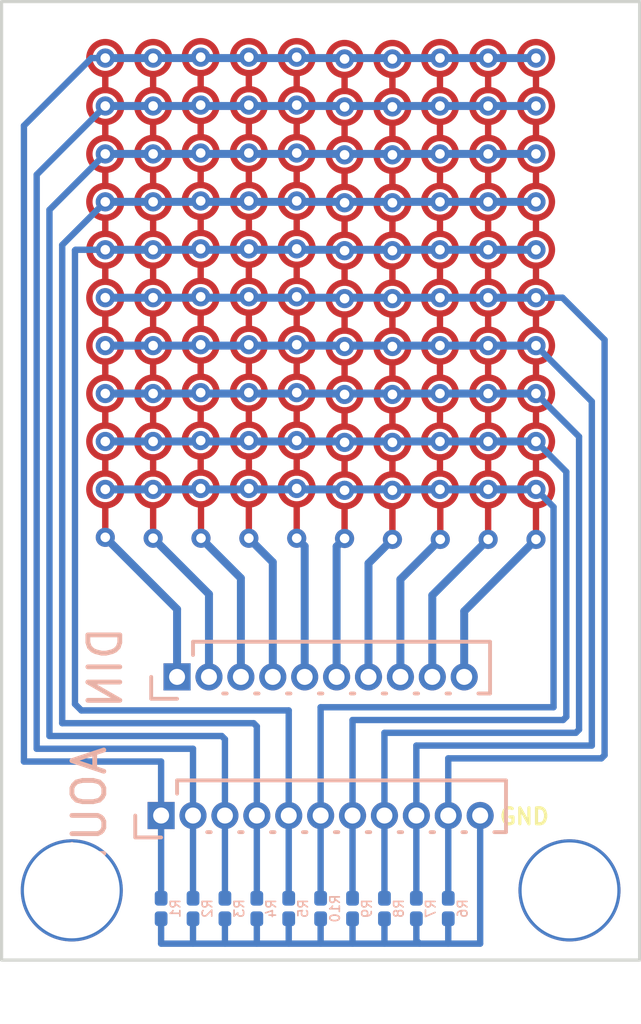
<source format=kicad_pcb>
(kicad_pcb (version 20221018) (generator pcbnew)
  (layers (0 "F.Cu" signal) (31 "B.Cu" signal) (34 "B.Paste" user) (35 "F.Paste" user) (36 "B.SilkS" user "B.Silkscreen") (37 "F.SilkS" user "F.Silkscreen") (38 "B.Mask" user) (39 "F.Mask" user) (44 "Edge.Cuts" user))
  (net 0 "")
  (footprint "Resistor_SMD:R_0201_0603Metric" (layer "B.Cu") (at 62.8 77.06794 90)
    (fp_text reference "R5" (at 0 0.45 90) (layer "B.SilkS") (effects (font (size 0.3 0.3) (thickness 0.05)) (justify mirror)))
    (fp_text value "100K")
    (pad "1" smd roundrect (at -0.32 0 90) (size 0.46 0.4) (layers "B.Cu" "B.Mask"))
    (pad "2" smd roundrect (at 0.32 0 90) (size 0.46 0.4) (layers "B.Cu" "B.Mask"))
  )
  (footprint "Resistor_SMD:R_0201_0603Metric" (layer "B.Cu") (at 63.8 77.06794 90)
    (fp_text reference "R10" (at 0 0.45 90) (layer "B.SilkS") (effects (font (size 0.3 0.3) (thickness 0.05)) (justify mirror)))
    (fp_text value "100K")
    (pad "1" smd roundrect (at -0.32 0 90) (size 0.46 0.4) (layers "B.Cu" "B.Mask"))
    (pad "2" smd roundrect (at 0.32 0 90) (size 0.46 0.4) (layers "B.Cu" "B.Mask"))
  )
  (footprint "Resistor_SMD:R_0201_0603Metric" (layer "B.Cu") (at 67.8 77.06794 90)
    (fp_text reference "R6" (at 0 0.45 90) (layer "B.SilkS") (effects (font (size 0.3 0.3) (thickness 0.05)) (justify mirror)))
    (fp_text value "100K")
    (pad "1" smd roundrect (at -0.32 0 90) (size 0.46 0.4) (layers "B.Cu" "B.Mask"))
    (pad "2" smd roundrect (at 0.32 0 90) (size 0.46 0.4) (layers "B.Cu" "B.Mask"))
  )
  (footprint "Connector_PinSocket_1.00mm:PinSocket_1x11_P1.00mm_Vertical" (layer "B.Cu") (at 58.8 74.15794 -90)
    (fp_text reference "AOUT" (at -0.29 2.25 90) (layer "B.SilkS") (effects (justify mirror)))
    (fp_text value "AOUT")
    (fp_line (start -1.1 -10.81) (end 0.52 -10.81) (stroke (width 0.12)) (layer "B.SilkS"))
    (fp_line (start -1.1 -0.5) (end -1.1 -10.81) (stroke (width 0.12)) (layer "B.SilkS"))
    (fp_line (start -1.1 -0.5) (end -0.685 -0.5) (stroke (width 0.12)) (layer "B.SilkS"))
    (fp_line (start 0 0.81) (end 0.685 0.81) (stroke (width 0.12)) (layer "B.SilkS"))
    (fp_line (start 0.52 -10.445898) (end 0.52 -10.81) (stroke (width 0.12)) (layer "B.SilkS"))
    (fp_line (start 0.52 -9.445898) (end 0.52 -9.554102) (stroke (width 0.12)) (layer "B.SilkS"))
    (fp_line (start 0.52 -8.445898) (end 0.52 -8.554102) (stroke (width 0.12)) (layer "B.SilkS"))
    (fp_line (start 0.52 -7.445898) (end 0.52 -7.554102) (stroke (width 0.12)) (layer "B.SilkS"))
    (fp_line (start 0.52 -6.445898) (end 0.52 -6.554102) (stroke (width 0.12)) (layer "B.SilkS"))
    (fp_line (start 0.52 -5.445898) (end 0.52 -5.554102) (stroke (width 0.12)) (layer "B.SilkS"))
    (fp_line (start 0.52 -4.445898) (end 0.52 -4.554102) (stroke (width 0.12)) (layer "B.SilkS"))
    (fp_line (start 0.52 -3.445898) (end 0.52 -3.554102) (stroke (width 0.12)) (layer "B.SilkS"))
    (fp_line (start 0.52 -2.445898) (end 0.52 -2.554102) (stroke (width 0.12)) (layer "B.SilkS"))
    (fp_line (start 0.52 -1.445898) (end 0.52 -1.554102) (stroke (width 0.12)) (layer "B.SilkS"))
    (fp_line (start 0.685 0.81) (end 0.685 0) (stroke (width 0.12)) (layer "B.SilkS"))
    (pad "0" thru_hole oval (at 0 -10 270) (size 0.85 0.85) (drill 0.5) (layers "*.Cu" "*.Mask"))
    (pad "1" thru_hole rect (at 0 0 270) (size 0.85 0.85) (drill 0.5) (layers "*.Cu" "*.Mask"))
    (pad "2" thru_hole oval (at 0 -1 270) (size 0.85 0.85) (drill 0.5) (layers "*.Cu" "*.Mask"))
    (pad "3" thru_hole oval (at 0 -2 270) (size 0.85 0.85) (drill 0.5) (layers "*.Cu" "*.Mask"))
    (pad "4" thru_hole oval (at 0 -3 270) (size 0.85 0.85) (drill 0.5) (layers "*.Cu" "*.Mask"))
    (pad "5" thru_hole oval (at 0 -4 270) (size 0.85 0.85) (drill 0.5) (layers "*.Cu" "*.Mask"))
    (pad "6" thru_hole oval (at 0 -9 270) (size 0.85 0.85) (drill 0.5) (layers "*.Cu" "*.Mask"))
    (pad "7" thru_hole oval (at 0 -8 270) (size 0.85 0.85) (drill 0.5) (layers "*.Cu" "*.Mask"))
    (pad "8" thru_hole oval (at 0 -7 270) (size 0.85 0.85) (drill 0.5) (layers "*.Cu" "*.Mask"))
    (pad "9" thru_hole oval (at 0 -6 270) (size 0.85 0.85) (drill 0.5) (layers "*.Cu" "*.Mask"))
    (pad "10" thru_hole oval (at 0 -5 270) (size 0.85 0.85) (drill 0.5) (layers "*.Cu" "*.Mask"))
  )
  (footprint "Resistor_SMD:R_0201_0603Metric" (layer "B.Cu") (at 61.8 77.06794 90)
    (fp_text reference "R4" (at 0 0.45 90) (layer "B.SilkS") (effects (font (size 0.3 0.3) (thickness 0.05)) (justify mirror)))
    (fp_text value "100K")
    (pad "1" smd roundrect (at -0.32 0 90) (size 0.46 0.4) (layers "B.Cu" "B.Mask"))
    (pad "2" smd roundrect (at 0.32 0 90) (size 0.46 0.4) (layers "B.Cu" "B.Mask"))
  )
  (footprint "Connector_PinSocket_1.00mm:PinSocket_1x10_P1.00mm_Vertical" (layer "B.Cu") (at 59.3 69.81794 -90)
    (fp_text reference "DIN" (at -0.29 2.25 90) (layer "B.SilkS") (effects (justify mirror)))
    (fp_text value "DIN")
    (fp_line (start -1.1 -9.81) (end 0.52 -9.81) (stroke (width 0.12)) (layer "B.SilkS"))
    (fp_line (start -1.1 -0.5) (end -1.1 -9.81) (stroke (width 0.12)) (layer "B.SilkS"))
    (fp_line (start -1.1 -0.5) (end -0.685 -0.5) (stroke (width 0.12)) (layer "B.SilkS"))
    (fp_line (start 0 0.81) (end 0.685 0.81) (stroke (width 0.12)) (layer "B.SilkS"))
    (fp_line (start 0.52 -9.445898) (end 0.52 -9.81) (stroke (width 0.12)) (layer "B.SilkS"))
    (fp_line (start 0.52 -8.445898) (end 0.52 -8.554102) (stroke (width 0.12)) (layer "B.SilkS"))
    (fp_line (start 0.52 -7.445898) (end 0.52 -7.554102) (stroke (width 0.12)) (layer "B.SilkS"))
    (fp_line (start 0.52 -6.445898) (end 0.52 -6.554102) (stroke (width 0.12)) (layer "B.SilkS"))
    (fp_line (start 0.52 -5.445898) (end 0.52 -5.554102) (stroke (width 0.12)) (layer "B.SilkS"))
    (fp_line (start 0.52 -4.445898) (end 0.52 -4.554102) (stroke (width 0.12)) (layer "B.SilkS"))
    (fp_line (start 0.52 -3.445898) (end 0.52 -3.554102) (stroke (width 0.12)) (layer "B.SilkS"))
    (fp_line (start 0.52 -2.445898) (end 0.52 -2.554102) (stroke (width 0.12)) (layer "B.SilkS"))
    (fp_line (start 0.52 -1.445898) (end 0.52 -1.554102) (stroke (width 0.12)) (layer "B.SilkS"))
    (fp_line (start 0.685 0.81) (end 0.685 0) (stroke (width 0.12)) (layer "B.SilkS"))
    (pad "1" thru_hole rect (at 0 0 270) (size 0.85 0.85) (drill 0.5) (layers "*.Cu" "*.Mask"))
    (pad "2" thru_hole oval (at 0 -1 270) (size 0.85 0.85) (drill 0.5) (layers "*.Cu" "*.Mask"))
    (pad "3" thru_hole oval (at 0 -2 270) (size 0.85 0.85) (drill 0.5) (layers "*.Cu" "*.Mask"))
    (pad "4" thru_hole oval (at 0 -3 270) (size 0.85 0.85) (drill 0.5) (layers "*.Cu" "*.Mask"))
    (pad "5" thru_hole oval (at 0 -4 270) (size 0.85 0.85) (drill 0.5) (layers "*.Cu" "*.Mask"))
    (pad "6" thru_hole oval (at 0 -5 270) (size 0.85 0.85) (drill 0.5) (layers "*.Cu" "*.Mask"))
    (pad "7" thru_hole oval (at 0 -6 270) (size 0.85 0.85) (drill 0.5) (layers "*.Cu" "*.Mask"))
    (pad "8" thru_hole oval (at 0 -7 270) (size 0.85 0.85) (drill 0.5) (layers "*.Cu" "*.Mask"))
    (pad "9" thru_hole oval (at 0 -8 270) (size 0.85 0.85) (drill 0.5) (layers "*.Cu" "*.Mask"))
    (pad "10" thru_hole oval (at 0 -9 270) (size 0.85 0.85) (drill 0.5) (layers "*.Cu" "*.Mask"))
  )
  (footprint "Resistor_SMD:R_0201_0603Metric" (layer "B.Cu") (at 66.8 77.06794 90)
    (fp_text reference "R7" (at 0 0.45 90) (layer "B.SilkS") (effects (font (size 0.3 0.3) (thickness 0.05)) (justify mirror)))
    (fp_text value "100K")
    (pad "1" smd roundrect (at -0.32 0 90) (size 0.46 0.4) (layers "B.Cu" "B.Mask"))
    (pad "2" smd roundrect (at 0.32 0 90) (size 0.46 0.4) (layers "B.Cu" "B.Mask"))
  )
  (footprint "Resistor_SMD:R_0201_0603Metric" (layer "B.Cu") (at 65.8 77.06794 90)
    (fp_text reference "R8" (at 0 0.45 90) (layer "B.SilkS") (effects (font (size 0.3 0.3) (thickness 0.05)) (justify mirror)))
    (fp_text value "100K")
    (pad "1" smd roundrect (at -0.32 0 90) (size 0.46 0.4) (layers "B.Cu" "B.Mask"))
    (pad "2" smd roundrect (at 0.32 0 90) (size 0.46 0.4) (layers "B.Cu" "B.Mask"))
  )
  (footprint "Resistor_SMD:R_0201_0603Metric" (layer "B.Cu") (at 58.8 77.06794 90)
    (fp_text reference "R1" (at 0 0.45 90) (layer "B.SilkS") (effects (font (size 0.3 0.3) (thickness 0.05)) (justify mirror)))
    (fp_text value "100K")
    (pad "1" smd roundrect (at -0.32 0 90) (size 0.46 0.4) (layers "B.Cu" "B.Mask"))
    (pad "2" smd roundrect (at 0.32 0 90) (size 0.46 0.4) (layers "B.Cu" "B.Mask"))
  )
  (footprint "Resistor_SMD:R_0201_0603Metric" (layer "B.Cu") (at 60.8 77.06794 90)
    (fp_text reference "R3" (at 0 0.45 90) (layer "B.SilkS") (effects (font (size 0.3 0.3) (thickness 0.05)) (justify mirror)))
    (fp_text value "100K")
    (pad "1" smd roundrect (at -0.32 0 90) (size 0.46 0.4) (layers "B.Cu" "B.Mask"))
    (pad "2" smd roundrect (at 0.32 0 90) (size 0.46 0.4) (layers "B.Cu" "B.Mask"))
  )
  (footprint "Resistor_SMD:R_0201_0603Metric" (layer "B.Cu") (at 59.8 77.06794 90)
    (fp_text reference "R2" (at 0 0.45 90) (layer "B.SilkS") (effects (font (size 0.3 0.3) (thickness 0.05)) (justify mirror)))
    (fp_text value "100K")
    (pad "1" smd roundrect (at -0.32 0 90) (size 0.46 0.4) (layers "B.Cu" "B.Mask"))
    (pad "2" smd roundrect (at 0.32 0 90) (size 0.46 0.4) (layers "B.Cu" "B.Mask"))
  )
  (footprint "Resistor_SMD:R_0201_0603Metric" (layer "B.Cu") (at 64.8 77.06794 90)
    (fp_text reference "R9" (at 0 0.45 90) (layer "B.SilkS") (effects (font (size 0.3 0.3) (thickness 0.05)) (justify mirror)))
    (fp_text value "100K")
    (pad "1" smd roundrect (at -0.32 0 90) (size 0.46 0.4) (layers "B.Cu" "B.Mask"))
    (pad "2" smd roundrect (at 0.32 0 90) (size 0.46 0.4) (layers "B.Cu" "B.Mask"))
  )
  (gr_line (start 57.05 55.45) (end 57.05 55.95) (stroke (width 0.2)) (layer "F.Cu"))
  (gr_line (start 60.040306 56.92176) (end 60.040306 57.42176) (stroke (width 0.2)) (layer "F.Cu"))
  (gr_line (start 63.05 55.42176) (end 63.05 55.92176) (stroke (width 0.2)) (layer "F.Cu"))
  (gr_line (start 63.05 58.42176) (end 63.05 58.92176) (stroke (width 0.2)) (layer "F.Cu"))
  (gr_line (start 60.040306 52.42176) (end 60.040306 52.92176) (stroke (width 0.2)) (layer "F.Cu"))
  (gr_line (start 61.55 50.92176) (end 61.55 51.42176) (stroke (width 0.2)) (layer "F.Cu"))
  (gr_line (start 61.55 58.42176) (end 61.55 58.92176) (stroke (width 0.2)) (layer "F.Cu"))
  (gr_line (start 58.55 64.47824) (end 58.55 65.40648) (stroke (width 0.2)) (layer "F.Cu"))
  (gr_line (start 64.55 62.97824) (end 64.55 63.47824) (stroke (width 0.2)) (layer "F.Cu"))
  (gr_line (start 69.05 55.45) (end 69.05 55.95) (stroke (width 0.2)) (layer "F.Cu"))
  (gr_circle (center 67.540306 51.95) (end 67.540306 51.45) (stroke (width 0.2)) (fill none) (layer "F.Cu"))
  (gr_circle (center 57.05 51.95) (end 57.05 51.45) (stroke (width 0.2)) (fill none) (layer "F.Cu"))
  (gr_circle (center 60.040306 51.92176) (end 60.040306 51.42176) (stroke (width 0.2)) (fill none) (layer "F.Cu"))
  (gr_line (start 66.05 53.97824) (end 66.05 54.47824) (stroke (width 0.2)) (layer "F.Cu"))
  (gr_line (start 57.05 58.45) (end 57.05 58.95) (stroke (width 0.2)) (layer "F.Cu"))
  (gr_line (start 63.05 50.92176) (end 63.05 51.42176) (stroke (width 0.2)) (layer "F.Cu"))
  (gr_line (start 58.55 52.45) (end 58.55 52.95) (stroke (width 0.2)) (layer "F.Cu"))
  (gr_circle (center 60.040306 50.42176) (end 60.040306 49.92176) (stroke (width 0.2)) (fill none) (layer "F.Cu"))
  (gr_line (start 60.040306 58.42176) (end 60.040306 58.92176) (stroke (width 0.2)) (layer "F.Cu"))
  (gr_circle (center 67.540306 50.45) (end 67.540306 49.95) (stroke (width 0.2)) (fill none) (layer "F.Cu"))
  (gr_circle (center 69.05 51.95) (end 69.05 51.45) (stroke (width 0.2)) (fill none) (layer "F.Cu"))
  (gr_line (start 70.55 62.95) (end 70.55 63.45) (stroke (width 0.2)) (layer "F.Cu"))
  (gr_circle (center 60.040306 56.42176) (end 60.040306 55.92176) (stroke (width 0.2)) (fill none) (layer "F.Cu"))
  (gr_line (start 57.05 62.95) (end 57.05 63.45) (stroke (width 0.2)) (layer "F.Cu"))
  (gr_line (start 64.55 64.48588) (end 64.55 65.41412) (stroke (width 0.2)) (layer "F.Cu"))
  (gr_circle (center 61.55 59.42176) (end 61.55 58.92176) (stroke (width 0.2)) (fill none) (layer "F.Cu"))
  (gr_circle (center 67.540306 53.45) (end 67.540306 52.95) (stroke (width 0.2)) (fill none) (layer "F.Cu"))
  (gr_circle (center 67.540306 59.45) (end 67.540306 58.95) (stroke (width 0.2)) (fill none) (layer "F.Cu"))
  (gr_circle (center 66.05 62.47824) (end 66.05 61.97824) (stroke (width 0.2)) (fill none) (layer "F.Cu"))
  (gr_circle (center 61.55 54.92176) (end 61.55 54.42176) (stroke (width 0.2)) (fill none) (layer "F.Cu"))
  (gr_line (start 64.55 58.47824) (end 64.55 58.97824) (stroke (width 0.2)) (layer "F.Cu"))
  (gr_circle (center 67.540306 54.95) (end 67.540306 54.45) (stroke (width 0.2)) (fill none) (layer "F.Cu"))
  (gr_circle (center 67.540306 62.45) (end 67.540306 61.95) (stroke (width 0.2)) (fill none) (layer "F.Cu"))
  (gr_circle (center 60.040306 62.42176) (end 60.040306 61.92176) (stroke (width 0.2)) (fill none) (layer "F.Cu"))
  (gr_line (start 57.05 59.95) (end 57.05 60.45) (stroke (width 0.2)) (layer "F.Cu"))
  (gr_line (start 67.55 64.51412) (end 67.55 65.44236) (stroke (width 0.2)) (layer "F.Cu"))
  (gr_circle (center 58.55 54.95) (end 58.55 54.45) (stroke (width 0.2)) (fill none) (layer "F.Cu"))
  (gr_circle (center 69.05 50.45) (end 69.05 49.95) (stroke (width 0.2)) (fill none) (layer "F.Cu"))
  (gr_circle (center 61.55 50.42176) (end 61.55 49.92176) (stroke (width 0.2)) (fill none) (layer "F.Cu"))
  (gr_circle (center 66.05 56.47824) (end 66.05 55.97824) (stroke (width 0.2)) (fill none) (layer "F.Cu"))
  (gr_circle (center 70.55 57.95) (end 70.55 57.45) (stroke (width 0.2)) (fill none) (layer "F.Cu"))
  (gr_circle (center 64.55 63.97824) (end 64.55 63.47824) (stroke (width 0.2)) (fill none) (layer "F.Cu"))
  (gr_circle (center 64.55 60.97824) (end 64.55 60.47824) (stroke (width 0.2)) (fill none) (layer "F.Cu"))
  (gr_circle (center 63.05 60.92176) (end 63.05 60.42176) (stroke (width 0.2)) (fill none) (layer "F.Cu"))
  (gr_circle (center 63.05 63.92176) (end 63.05 63.42176) (stroke (width 0.2)) (fill none) (layer "F.Cu"))
  (gr_circle (center 69.05 60.95) (end 69.05 60.45) (stroke (width 0.2)) (fill none) (layer "F.Cu"))
  (gr_line (start 67.540306 59.95) (end 67.540306 60.45) (stroke (width 0.2)) (layer "F.Cu"))
  (gr_circle (center 70.55 59.45) (end 70.55 58.95) (stroke (width 0.2)) (fill none) (layer "F.Cu"))
  (gr_line (start 61.55 62.92176) (end 61.55 63.42176) (stroke (width 0.2)) (layer "F.Cu"))
  (gr_line (start 66.05 62.97824) (end 66.05 63.47824) (stroke (width 0.2)) (layer "F.Cu"))
  (gr_circle (center 70.55 53.45) (end 70.55 52.95) (stroke (width 0.2)) (fill none) (layer "F.Cu"))
  (gr_circle (center 64.55 62.47824) (end 64.55 61.97824) (stroke (width 0.2)) (fill none) (layer "F.Cu"))
  (gr_line (start 60.040306 53.92176) (end 60.040306 54.42176) (stroke (width 0.2)) (layer "F.Cu"))
  (gr_line (start 69.05 62.95) (end 69.05 63.45) (stroke (width 0.2)) (layer "F.Cu"))
  (gr_circle (center 58.55 59.45) (end 58.55 58.95) (stroke (width 0.2)) (fill none) (layer "F.Cu"))
  (gr_line (start 58.55 62.95) (end 58.55 63.45) (stroke (width 0.2)) (layer "F.Cu"))
  (gr_line (start 66.05 52.47824) (end 66.05 52.97824) (stroke (width 0.2)) (layer "F.Cu"))
  (gr_circle (center 69.05 59.45) (end 69.05 58.95) (stroke (width 0.2)) (fill none) (layer "F.Cu"))
  (gr_circle (center 66.05 60.97824) (end 66.05 60.47824) (stroke (width 0.2)) (fill none) (layer "F.Cu"))
  (gr_circle (center 58.55 62.45) (end 58.55 61.95) (stroke (width 0.2)) (fill none) (layer "F.Cu"))
  (gr_circle (center 70.55 56.45) (end 70.55 55.95) (stroke (width 0.2)) (fill none) (layer "F.Cu"))
  (gr_line (start 70.55 56.95) (end 70.55 57.45) (stroke (width 0.2)) (layer "F.Cu"))
  (gr_line (start 60.040306 55.42176) (end 60.040306 55.92176) (stroke (width 0.2)) (layer "F.Cu"))
  (gr_circle (center 60.040306 60.92176) (end 60.040306 60.42176) (stroke (width 0.2)) (fill none) (layer "F.Cu"))
  (gr_circle (center 66.05 50.47824) (end 66.05 49.97824) (stroke (width 0.2)) (fill none) (layer "F.Cu"))
  (gr_circle (center 61.55 57.92176) (end 61.55 57.42176) (stroke (width 0.2)) (fill none) (layer "F.Cu"))
  (gr_circle (center 66.05 53.47824) (end 66.05 52.97824) (stroke (width 0.2)) (fill none) (layer "F.Cu"))
  (gr_circle (center 61.55 60.92176) (end 61.55 60.42176) (stroke (width 0.2)) (fill none) (layer "F.Cu"))
  (gr_circle (center 61.55 51.92176) (end 61.55 51.42176) (stroke (width 0.2)) (fill none) (layer "F.Cu"))
  (gr_line (start 64.55 55.47824) (end 64.55 55.97824) (stroke (width 0.2)) (layer "F.Cu"))
  (gr_circle (center 63.05 59.42176) (end 63.05 58.92176) (stroke (width 0.2)) (fill none) (layer "F.Cu"))
  (gr_circle (center 64.55 57.97824) (end 64.55 57.47824) (stroke (width 0.2)) (fill none) (layer "F.Cu"))
  (gr_line (start 63.05 53.92176) (end 63.05 54.42176) (stroke (width 0.2)) (layer "F.Cu"))
  (gr_circle (center 70.55 50.45) (end 70.55 49.95) (stroke (width 0.2)) (fill none) (layer "F.Cu"))
  (gr_circle (center 66.05 57.97824) (end 66.05 57.47824) (stroke (width 0.2)) (fill none) (layer "F.Cu"))
  (gr_circle (center 60.040306 63.92176) (end 60.040306 63.42176) (stroke (width 0.2)) (fill none) (layer "F.Cu"))
  (gr_line (start 61.55 52.42176) (end 61.55 52.92176) (stroke (width 0.2)) (layer "F.Cu"))
  (gr_circle (center 70.55 54.95) (end 70.55 54.45) (stroke (width 0.2)) (fill none) (layer "F.Cu"))
  (gr_line (start 60.040306 61.42176) (end 60.040306 61.92176) (stroke (width 0.2)) (layer "F.Cu"))
  (gr_line (start 64.55 50.97824) (end 64.55 51.47824) (stroke (width 0.2)) (layer "F.Cu"))
  (gr_line (start 69.05 56.95) (end 69.05 57.45) (stroke (width 0.2)) (layer "F.Cu"))
  (gr_circle (center 70.55 62.45) (end 70.55 61.95) (stroke (width 0.2)) (fill none) (layer "F.Cu"))
  (gr_circle (center 57.05 63.95) (end 57.05 63.45) (stroke (width 0.2)) (fill none) (layer "F.Cu"))
  (gr_line (start 69.05 52.45) (end 69.05 52.95) (stroke (width 0.2)) (layer "F.Cu"))
  (gr_line (start 70.55 59.95) (end 70.55 60.45) (stroke (width 0.2)) (layer "F.Cu"))
  (gr_line (start 67.540306 61.45) (end 67.540306 61.95) (stroke (width 0.2)) (layer "F.Cu"))
  (gr_line (start 70.55 61.45) (end 70.55 61.95) (stroke (width 0.2)) (layer "F.Cu"))
  (gr_circle (center 66.05 54.97824) (end 66.05 54.47824) (stroke (width 0.2)) (fill none) (layer "F.Cu"))
  (gr_line (start 63.05 62.92176) (end 63.05 63.42176) (stroke (width 0.2)) (layer "F.Cu"))
  (gr_circle (center 70.55 60.95) (end 70.55 60.45) (stroke (width 0.2)) (fill none) (layer "F.Cu"))
  (gr_circle (center 63.05 53.42176) (end 63.05 52.92176) (stroke (width 0.2)) (fill none) (layer "F.Cu"))
  (gr_line (start 70.55 55.45) (end 70.55 55.95) (stroke (width 0.2)) (layer "F.Cu"))
  (gr_circle (center 63.05 50.42176) (end 63.05 49.92176) (stroke (width 0.2)) (fill none) (layer "F.Cu"))
  (gr_line (start 69.05 59.95) (end 69.05 60.45) (stroke (width 0.2)) (layer "F.Cu"))
  (gr_circle (center 63.05 57.92176) (end 63.05 57.42176) (stroke (width 0.2)) (fill none) (layer "F.Cu"))
  (gr_circle (center 57.05 60.95) (end 57.05 60.45) (stroke (width 0.2)) (fill none) (layer "F.Cu"))
  (gr_line (start 69.05 58.45) (end 69.05 58.95) (stroke (width 0.2)) (layer "F.Cu"))
  (gr_circle (center 66.05 51.97824) (end 66.05 51.47824) (stroke (width 0.2)) (fill none) (layer "F.Cu"))
  (gr_line (start 58.55 58.45) (end 58.55 58.95) (stroke (width 0.2)) (layer "F.Cu"))
  (gr_circle (center 69.05 56.45) (end 69.05 55.95) (stroke (width 0.2)) (fill none) (layer "F.Cu"))
  (gr_circle (center 64.55 50.47824) (end 64.55 49.97824) (stroke (width 0.2)) (fill none) (layer "F.Cu"))
  (gr_circle (center 61.55 63.92176) (end 61.55 63.42176) (stroke (width 0.2)) (fill none) (layer "F.Cu"))
  (gr_line (start 66.05 58.47824) (end 66.05 58.97824) (stroke (width 0.2)) (layer "F.Cu"))
  (gr_circle (center 69.05 57.95) (end 69.05 57.45) (stroke (width 0.2)) (fill none) (layer "F.Cu"))
  (gr_circle (center 58.55 56.45) (end 58.55 55.95) (stroke (width 0.2)) (fill none) (layer "F.Cu"))
  (gr_line (start 67.540306 52.45) (end 67.540306 52.95) (stroke (width 0.2)) (layer "F.Cu"))
  (gr_line (start 60.040306 50.92176) (end 60.040306 51.42176) (stroke (width 0.2)) (layer "F.Cu"))
  (gr_circle (center 63.05 62.42176) (end 63.05 61.92176) (stroke (width 0.2)) (fill none) (layer "F.Cu"))
  (gr_line (start 69.05 64.51412) (end 69.05 65.44236) (stroke (width 0.2)) (layer "F.Cu"))
  (gr_line (start 58.55 56.95) (end 58.55 57.45) (stroke (width 0.2)) (layer "F.Cu"))
  (gr_circle (center 57.05 62.45) (end 57.05 61.95) (stroke (width 0.2)) (fill none) (layer "F.Cu"))
  (gr_circle (center 63.05 54.92176) (end 63.05 54.42176) (stroke (width 0.2)) (fill none) (layer "F.Cu"))
  (gr_line (start 58.55 53.95) (end 58.55 54.45) (stroke (width 0.2)) (layer "F.Cu"))
  (gr_circle (center 57.05 56.45) (end 57.05 55.95) (stroke (width 0.2)) (fill none) (layer "F.Cu"))
  (gr_circle (center 61.55 62.42176) (end 61.55 61.92176) (stroke (width 0.2)) (fill none) (layer "F.Cu"))
  (gr_line (start 70.55 58.45) (end 70.55 58.95) (stroke (width 0.2)) (layer "F.Cu"))
  (gr_line (start 70.55 53.95) (end 70.55 54.45) (stroke (width 0.2)) (layer "F.Cu"))
  (gr_circle (center 58.55 50.45) (end 58.55 49.95) (stroke (width 0.2)) (fill none) (layer "F.Cu"))
  (gr_line (start 57.05 50.95) (end 57.05 51.45) (stroke (width 0.2)) (layer "F.Cu"))
  (gr_circle (center 70.55 51.95) (end 70.55 51.45) (stroke (width 0.2)) (fill none) (layer "F.Cu"))
  (gr_line (start 63.05 56.92176) (end 63.05 57.42176) (stroke (width 0.2)) (layer "F.Cu"))
  (gr_line (start 67.540306 55.45) (end 67.540306 55.95) (stroke (width 0.2)) (layer "F.Cu"))
  (gr_line (start 69.05 50.95) (end 69.05 51.45) (stroke (width 0.2)) (layer "F.Cu"))
  (gr_circle (center 57.05 53.45) (end 57.05 52.95) (stroke (width 0.2)) (fill none) (layer "F.Cu"))
  (gr_circle (center 69.05 62.45) (end 69.05 61.95) (stroke (width 0.2)) (fill none) (layer "F.Cu"))
  (gr_line (start 60.040306 62.92176) (end 60.040306 63.42176) (stroke (width 0.2)) (layer "F.Cu"))
  (gr_circle (center 64.55 51.97824) (end 64.55 51.47824) (stroke (width 0.2)) (fill none) (layer "F.Cu"))
  (gr_line (start 66.05 59.97824) (end 66.05 60.47824) (stroke (width 0.2)) (layer "F.Cu"))
  (gr_circle (center 66.05 63.97824) (end 66.05 63.47824) (stroke (width 0.2)) (fill none) (layer "F.Cu"))
  (gr_line (start 58.55 59.95) (end 58.55 60.45) (stroke (width 0.2)) (layer "F.Cu"))
  (gr_circle (center 64.55 59.47824) (end 64.55 58.97824) (stroke (width 0.2)) (fill none) (layer "F.Cu"))
  (gr_circle (center 58.55 63.95) (end 58.55 63.45) (stroke (width 0.2)) (fill none) (layer "F.Cu"))
  (gr_line (start 57.05 56.95) (end 57.05 57.45) (stroke (width 0.2)) (layer "F.Cu"))
  (gr_circle (center 60.040306 57.92176) (end 60.040306 57.42176) (stroke (width 0.2)) (fill none) (layer "F.Cu"))
  (gr_circle (center 66.05 59.47824) (end 66.05 58.97824) (stroke (width 0.2)) (fill none) (layer "F.Cu"))
  (gr_line (start 61.55 53.92176) (end 61.55 54.42176) (stroke (width 0.2)) (layer "F.Cu"))
  (gr_line (start 66.05 64.51412) (end 66.05 65.44236) (stroke (width 0.2)) (layer "F.Cu"))
  (gr_circle (center 64.55 53.47824) (end 64.55 52.97824) (stroke (width 0.2)) (fill none) (layer "F.Cu"))
  (gr_line (start 64.55 53.97824) (end 64.55 54.47824) (stroke (width 0.2)) (layer "F.Cu"))
  (gr_circle (center 70.55 63.95) (end 70.55 63.45) (stroke (width 0.2)) (fill none) (layer "F.Cu"))
  (gr_line (start 70.55 50.95) (end 70.55 51.45) (stroke (width 0.2)) (layer "F.Cu"))
  (gr_line (start 57.05 64.45) (end 57.05 65.37824) (stroke (width 0.2)) (layer "F.Cu"))
  (gr_line (start 57.05 53.95) (end 57.05 54.45) (stroke (width 0.2)) (layer "F.Cu"))
  (gr_line (start 70.55 64.51412) (end 70.55 65.44236) (stroke (width 0.2)) (layer "F.Cu"))
  (gr_circle (center 57.05 59.45) (end 57.05 58.95) (stroke (width 0.2)) (fill none) (layer "F.Cu"))
  (gr_line (start 61.55 64.47824) (end 61.55 65.40648) (stroke (width 0.2)) (layer "F.Cu"))
  (gr_line (start 57.05 61.45) (end 57.05 61.95) (stroke (width 0.2)) (layer "F.Cu"))
  (gr_circle (center 69.05 54.95) (end 69.05 54.45) (stroke (width 0.2)) (fill none) (layer "F.Cu"))
  (gr_line (start 64.55 59.97824) (end 64.55 60.47824) (stroke (width 0.2)) (layer "F.Cu"))
  (gr_line (start 69.05 53.95) (end 69.05 54.45) (stroke (width 0.2)) (layer "F.Cu"))
  (gr_circle (center 58.55 53.45) (end 58.55 52.95) (stroke (width 0.2)) (fill none) (layer "F.Cu"))
  (gr_line (start 64.55 61.47824) (end 64.55 61.97824) (stroke (width 0.2)) (layer "F.Cu"))
  (gr_line (start 67.540306 53.95) (end 67.540306 54.45) (stroke (width 0.2)) (layer "F.Cu"))
  (gr_line (start 67.540306 50.95) (end 67.540306 51.45) (stroke (width 0.2)) (layer "F.Cu"))
  (gr_line (start 69.05 61.45) (end 69.05 61.95) (stroke (width 0.2)) (layer "F.Cu"))
  (gr_circle (center 67.540306 56.45) (end 67.540306 55.95) (stroke (width 0.2)) (fill none) (layer "F.Cu"))
  (gr_circle (center 58.55 57.95) (end 58.55 57.45) (stroke (width 0.2)) (fill none) (layer "F.Cu"))
  (gr_circle (center 63.05 51.92176) (end 63.05 51.42176) (stroke (width 0.2)) (fill none) (layer "F.Cu"))
  (gr_circle (center 64.55 54.97824) (end 64.55 54.47824) (stroke (width 0.2)) (fill none) (layer "F.Cu"))
  (gr_line (start 61.55 59.92176) (end 61.55 60.42176) (stroke (width 0.2)) (layer "F.Cu"))
  (gr_line (start 57.05 52.45) (end 57.05 52.95) (stroke (width 0.2)) (layer "F.Cu"))
  (gr_line (start 64.55 56.97824) (end 64.55 57.47824) (stroke (width 0.2)) (layer "F.Cu"))
  (gr_line (start 60.05 64.47824) (end 60.05 65.40648) (stroke (width 0.2)) (layer "F.Cu"))
  (gr_circle (center 69.05 53.45) (end 69.05 52.95) (stroke (width 0.2)) (fill none) (layer "F.Cu"))
  (gr_line (start 66.05 61.47824) (end 66.05 61.97824) (stroke (width 0.2)) (layer "F.Cu"))
  (gr_line (start 66.05 56.97824) (end 66.05 57.47824) (stroke (width 0.2)) (layer "F.Cu"))
  (gr_circle (center 57.05 50.45) (end 57.05 49.95) (stroke (width 0.2)) (fill none) (layer "F.Cu"))
  (gr_circle (center 61.55 56.42176) (end 61.55 55.92176) (stroke (width 0.2)) (fill none) (layer "F.Cu"))
  (gr_line (start 67.540306 62.95) (end 67.540306 63.45) (stroke (width 0.2)) (layer "F.Cu"))
  (gr_circle (center 63.05 56.42176) (end 63.05 55.92176) (stroke (width 0.2)) (fill none) (layer "F.Cu"))
  (gr_line (start 63.05 52.42176) (end 63.05 52.92176) (stroke (width 0.2)) (layer "F.Cu"))
  (gr_line (start 58.55 61.45) (end 58.55 61.95) (stroke (width 0.2)) (layer "F.Cu"))
  (gr_line (start 61.55 56.92176) (end 61.55 57.42176) (stroke (width 0.2)) (layer "F.Cu"))
  (gr_circle (center 60.040306 59.42176) (end 60.040306 58.92176) (stroke (width 0.2)) (fill none) (layer "F.Cu"))
  (gr_circle (center 57.05 57.95) (end 57.05 57.45) (stroke (width 0.2)) (fill none) (layer "F.Cu"))
  (gr_circle (center 60.040306 54.92176) (end 60.040306 54.42176) (stroke (width 0.2)) (fill none) (layer "F.Cu"))
  (gr_line (start 60.040306 59.92176) (end 60.040306 60.42176) (stroke (width 0.2)) (layer "F.Cu"))
  (gr_circle (center 61.55 53.42176) (end 61.55 52.92176) (stroke (width 0.2)) (fill none) (layer "F.Cu"))
  (gr_line (start 63.05 64.47824) (end 63.05 65.40648) (stroke (width 0.2)) (layer "F.Cu"))
  (gr_line (start 66.05 50.97824) (end 66.05 51.47824) (stroke (width 0.2)) (layer "F.Cu"))
  (gr_circle (center 58.55 60.95) (end 58.55 60.45) (stroke (width 0.2)) (fill none) (layer "F.Cu"))
  (gr_line (start 61.55 61.42176) (end 61.55 61.92176) (stroke (width 0.2)) (layer "F.Cu"))
  (gr_line (start 58.55 50.95) (end 58.55 51.45) (stroke (width 0.2)) (layer "F.Cu"))
  (gr_line (start 58.55 55.45) (end 58.55 55.95) (stroke (width 0.2)) (layer "F.Cu"))
  (gr_line (start 67.540306 58.45) (end 67.540306 58.95) (stroke (width 0.2)) (layer "F.Cu"))
  (gr_circle (center 57.05 54.95) (end 57.05 54.45) (stroke (width 0.2)) (fill none) (layer "F.Cu"))
  (gr_circle (center 67.540306 60.95) (end 67.540306 60.45) (stroke (width 0.2)) (fill none) (layer "F.Cu"))
  (gr_line (start 66.05 55.47824) (end 66.05 55.97824) (stroke (width 0.2)) (layer "F.Cu"))
  (gr_line (start 64.55 52.47824) (end 64.55 52.97824) (stroke (width 0.2)) (layer "F.Cu"))
  (gr_line (start 70.55 52.45) (end 70.55 52.95) (stroke (width 0.2)) (layer "F.Cu"))
  (gr_circle (center 67.540306 63.95) (end 67.540306 63.45) (stroke (width 0.2)) (fill none) (layer "F.Cu"))
  (gr_circle (center 58.55 51.95) (end 58.55 51.45) (stroke (width 0.2)) (fill none) (layer "F.Cu"))
  (gr_circle (center 67.540306 57.95) (end 67.540306 57.45) (stroke (width 0.2)) (fill none) (layer "F.Cu"))
  (gr_line (start 63.05 59.92176) (end 63.05 60.42176) (stroke (width 0.2)) (layer "F.Cu"))
  (gr_circle (center 60.040306 53.42176) (end 60.040306 52.92176) (stroke (width 0.2)) (fill none) (layer "F.Cu"))
  (gr_circle (center 69.05 63.95) (end 69.05 63.45) (stroke (width 0.2)) (fill none) (layer "F.Cu"))
  (gr_line (start 61.55 55.42176) (end 61.55 55.92176) (stroke (width 0.2)) (layer "F.Cu"))
  (gr_circle (center 64.55 56.47824) (end 64.55 55.97824) (stroke (width 0.2)) (fill none) (layer "F.Cu"))
  (gr_line (start 63.05 61.42176) (end 63.05 61.92176) (stroke (width 0.2)) (layer "F.Cu"))
  (gr_line (start 67.540306 56.95) (end 67.540306 57.45) (stroke (width 0.2)) (layer "F.Cu"))
  (gr_rect (start 53.8 48.68235) (end 73.8 78.68235) (stroke (width 0.1)) (fill none) (layer "Edge.Cuts"))
  (gr_text "GND\n" (at 69.358 74.482) (layer "F.SilkS") (effects (font (size 0.5 0.5) (thickness 0.1) bold) (justify left bottom)))
  (via (at 69.05 63.95) (size 0.6) (drill 0.3) (layers "F.Cu" "B.Cu") (net 0))
  (via (at 63.05 53.42176) (size 0.6) (drill 0.3) (layers "F.Cu" "B.Cu") (net 0))
  (via (at 58.55 65.47824) (size 0.6) (drill 0.3) (layers "F.Cu" "B.Cu") (net 0))
  (via (at 57.05 60.95) (size 0.6) (drill 0.3) (layers "F.Cu" "B.Cu") (net 0))
  (via (at 61.55 53.42176) (size 0.6) (drill 0.3) (layers "F.Cu" "B.Cu") (net 0))
  (via (at 60.05 65.47824) (size 0.6) (drill 0.3) (layers "F.Cu" "B.Cu") (net 0))
  (via (at 61.55 59.42176) (size 0.6) (drill 0.3) (layers "F.Cu" "B.Cu") (net 0))
  (via (at 60.040306 63.92176) (size 0.6) (drill 0.3) (layers "F.Cu" "B.Cu") (net 0))
  (via (at 70.55 59.45) (size 0.6) (drill 0.3) (layers "F.Cu" "B.Cu") (net 0))
  (via (at 57.05 63.95) (size 0.6) (drill 0.3) (layers "F.Cu" "B.Cu") (net 0))
  (via (at 63.05 50.42176) (size 0.6) (drill 0.3) (layers "F.Cu" "B.Cu") (net 0))
  (via (at 60.040306 54.92176) (size 0.6) (drill 0.3) (layers "F.Cu" "B.Cu") (net 0))
  (via (at 57.05 51.95) (size 0.6) (drill 0.3) (layers "F.Cu" "B.Cu") (net 0))
  (via (at 58.55 50.45) (size 0.6) (drill 0.3) (layers "F.Cu" "B.Cu") (net 0))
  (via (at 58.55 54.95) (size 0.6) (drill 0.3) (layers "F.Cu" "B.Cu") (net 0))
  (via (at 66.05 63.97824) (size 0.6) (drill 0.3) (layers "F.Cu" "B.Cu") (net 0))
  (via (at 60.040306 59.42176) (size 0.6) (drill 0.3) (layers "F.Cu" "B.Cu") (net 0))
  (via (at 69.05 60.95) (size 0.6) (drill 0.3) (layers "F.Cu" "B.Cu") (net 0))
  (via (at 66.05 51.97824) (size 0.6) (drill 0.3) (layers "F.Cu" "B.Cu") (net 0))
  (via (at 58.55 57.95) (size 0.6) (drill 0.3) (layers "F.Cu" "B.Cu") (net 0))
  (via (at 70.55 60.95) (size 0.6) (drill 0.3) (layers "F.Cu" "B.Cu") (net 0))
  (via (at 67.540306 53.45) (size 0.6) (drill 0.3) (layers "F.Cu" "B.Cu") (net 0))
  (via (at 61.55 51.92176) (size 0.6) (drill 0.3) (layers "F.Cu" "B.Cu") (net 0))
  (via (at 64.55 59.47824) (size 0.6) (drill 0.3) (layers "F.Cu" "B.Cu") (net 0))
  (via (at 66.05 53.47824) (size 0.6) (drill 0.3) (layers "F.Cu" "B.Cu") (net 0))
  (via (at 70.55 50.45) (size 0.6) (drill 0.3) (layers "F.Cu" "B.Cu") (net 0))
  (via (at 64.55 62.47824) (size 0.6) (drill 0.3) (layers "F.Cu" "B.Cu") (net 0))
  (via (at 66.05 57.97824) (size 0.6) (drill 0.3) (layers "F.Cu" "B.Cu") (net 0))
  (via (at 57.05 50.45) (size 0.6) (drill 0.3) (layers "F.Cu" "B.Cu") (net 0))
  (via (at 60.040306 53.42176) (size 0.6) (drill 0.3) (layers "F.Cu" "B.Cu") (net 0))
  (via (at 58.55 53.45) (size 0.6) (drill 0.3) (layers "F.Cu" "B.Cu") (net 0))
  (via (at 64.55 60.97824) (size 0.6) (drill 0.3) (layers "F.Cu" "B.Cu") (net 0))
  (via (at 70.55 63.95) (size 0.6) (drill 0.3) (layers "F.Cu" "B.Cu") (net 0))
  (via (at 67.540306 62.45) (size 0.6) (drill 0.3) (layers "F.Cu" "B.Cu") (net 0))
  (via (at 60.040306 60.92176) (size 0.6) (drill 0.3) (layers "F.Cu" "B.Cu") (net 0))
  (via (at 64.55 56.47824) (size 0.6) (drill 0.3) (layers "F.Cu" "B.Cu") (net 0))
  (via (at 61.55 65.47824) (size 0.6) (drill 0.3) (layers "F.Cu" "B.Cu") (net 0))
  (via (at 69.05 56.45) (size 0.6) (drill 0.3) (layers "F.Cu" "B.Cu") (net 0))
  (via (at 61.55 63.92176) (size 0.6) (drill 0.3) (layers "F.Cu" "B.Cu") (net 0))
  (via (at 57.05 62.45) (size 0.6) (drill 0.3) (layers "F.Cu" "B.Cu") (net 0))
  (via (at 61.55 57.92176) (size 0.6) (drill 0.3) (layers "F.Cu" "B.Cu") (net 0))
  (via (at 67.540306 59.45) (size 0.6) (drill 0.3) (layers "F.Cu" "B.Cu") (net 0))
  (via (at 71.6 76.5) (size 3.2) (drill 3) (layers "F.Cu" "B.Cu") (net 0))
  (via (at 70.55 51.95) (size 0.6) (drill 0.3) (layers "F.Cu" "B.Cu") (net 0))
  (via (at 67.540306 56.45) (size 0.6) (drill 0.3) (layers "F.Cu" "B.Cu") (net 0))
  (via (at 57.05 53.45) (size 0.6) (drill 0.3) (layers "F.Cu" "B.Cu") (net 0))
  (via (at 57.05 65.45) (size 0.6) (drill 0.3) (layers "F.Cu" "B.Cu") (net 0))
  (via (at 58.55 63.95) (size 0.6) (drill 0.3) (layers "F.Cu" "B.Cu") (net 0))
  (via (at 67.540306 63.95) (size 0.6) (drill 0.3) (layers "F.Cu" "B.Cu") (net 0))
  (via (at 61.55 50.42176) (size 0.6) (drill 0.3) (layers "F.Cu" "B.Cu") (net 0))
  (via (at 69.05 59.45) (size 0.6) (drill 0.3) (layers "F.Cu" "B.Cu") (net 0))
  (via (at 69.05 65.51412) (size 0.6) (drill 0.3) (layers "F.Cu" "B.Cu") (net 0))
  (via (at 66.05 56.47824) (size 0.6) (drill 0.3) (layers "F.Cu" "B.Cu") (net 0))
  (via (at 70.55 56.45) (size 0.6) (drill 0.3) (layers "F.Cu" "B.Cu") (net 0))
  (via (at 67.540306 57.95) (size 0.6) (drill 0.3) (layers "F.Cu" "B.Cu") (net 0))
  (via (at 69.05 50.45) (size 0.6) (drill 0.3) (layers "F.Cu" "B.Cu") (net 0))
  (via (at 63.05 54.92176) (size 0.6) (drill 0.3) (layers "F.Cu" "B.Cu") (net 0))
  (via (at 64.55 65.48588) (size 0.6) (drill 0.3) (layers "F.Cu" "B.Cu") (net 0))
  (via (at 58.55 56.45) (size 0.6) (drill 0.3) (layers "F.Cu" "B.Cu") (net 0))
  (via (at 66.05 60.97824) (size 0.6) (drill 0.3) (layers "F.Cu" "B.Cu") (net 0))
  (via (at 60.040306 57.92176) (size 0.6) (drill 0.3) (layers "F.Cu" "B.Cu") (net 0))
  (via (at 57.05 57.95) (size 0.6) (drill 0.3) (layers "F.Cu" "B.Cu") (net 0))
  (via (at 66.05 59.47824) (size 0.6) (drill 0.3) (layers "F.Cu" "B.Cu") (net 0))
  (via (at 61.55 54.92176) (size 0.6) (drill 0.3) (layers "F.Cu" "B.Cu") (net 0))
  (via (at 58.55 59.45) (size 0.6) (drill 0.3) (layers "F.Cu" "B.Cu") (net 0))
  (via (at 63.05 59.42176) (size 0.6) (drill 0.3) (layers "F.Cu" "B.Cu") (net 0))
  (via (at 70.55 53.45) (size 0.6) (drill 0.3) (layers "F.Cu" "B.Cu") (net 0))
  (via (at 63.05 51.92176) (size 0.6) (drill 0.3) (layers "F.Cu" "B.Cu") (net 0))
  (via (at 60.040306 56.42176) (size 0.6) (drill 0.3) (layers "F.Cu" "B.Cu") (net 0))
  (via (at 57.05 56.45) (size 0.6) (drill 0.3) (layers "F.Cu" "B.Cu") (net 0))
  (via (at 66.05 65.51412) (size 0.6) (drill 0.3) (layers "F.Cu" "B.Cu") (net 0))
  (via (at 60.040306 51.92176) (size 0.6) (drill 0.3) (layers "F.Cu" "B.Cu") (net 0))
  (via (at 69.05 51.95) (size 0.6) (drill 0.3) (layers "F.Cu" "B.Cu") (net 0))
  (via (at 70.55 54.95) (size 0.6) (drill 0.3) (layers "F.Cu" "B.Cu") (net 0))
  (via (at 64.55 53.47824) (size 0.6) (drill 0.3) (layers "F.Cu" "B.Cu") (net 0))
  (via (at 66.05 62.47824) (size 0.6) (drill 0.3) (layers "F.Cu" "B.Cu") (net 0))
  (via (at 70.55 65.51412) (size 0.6) (drill 0.3) (layers "F.Cu" "B.Cu") (net 0))
  (via (at 58.55 60.95) (size 0.6) (drill 0.3) (layers "F.Cu" "B.Cu") (net 0))
  (via (at 63.05 63.92176) (size 0.6) (drill 0.3) (layers "F.Cu" "B.Cu") (net 0))
  (via (at 66.05 54.97824) (size 0.6) (drill 0.3) (layers "F.Cu" "B.Cu") (net 0))
  (via (at 58.55 62.45) (size 0.6) (drill 0.3) (layers "F.Cu" "B.Cu") (net 0))
  (via (at 57.05 59.45) (size 0.6) (drill 0.3) (layers "F.Cu" "B.Cu") (net 0))
  (via (at 64.55 63.97824) (size 0.6) (drill 0.3) (layers "F.Cu" "B.Cu") (net 0))
  (via (at 67.540306 54.95) (size 0.6) (drill 0.3) (layers "F.Cu" "B.Cu") (net 0))
  (via (at 57.05 54.95) (size 0.6) (drill 0.3) (layers "F.Cu" "B.Cu") (net 0))
  (via (at 69.05 62.45) (size 0.6) (drill 0.3) (layers "F.Cu" "B.Cu") (net 0))
  (via (at 67.540306 51.95) (size 0.6) (drill 0.3) (layers "F.Cu" "B.Cu") (net 0))
  (via (at 67.540306 60.95) (size 0.6) (drill 0.3) (layers "F.Cu" "B.Cu") (net 0))
  (via (at 64.55 51.97824) (size 0.6) (drill 0.3) (layers "F.Cu" "B.Cu") (net 0))
  (via (at 60.040306 62.42176) (size 0.6) (drill 0.3) (layers "F.Cu" "B.Cu") (net 0))
  (via (at 67.540306 50.45) (size 0.6) (drill 0.3) (layers "F.Cu" "B.Cu") (net 0))
  (via (at 64.55 54.97824) (size 0.6) (drill 0.3) (layers "F.Cu" "B.Cu") (net 0))
  (via (at 60.040306 50.42176) (size 0.6) (drill 0.3) (layers "F.Cu" "B.Cu") (net 0))
  (via (at 67.55 65.51412) (size 0.6) (drill 0.3) (layers "F.Cu" "B.Cu") (net 0))
  (via (at 69.05 54.95) (size 0.6) (drill 0.3) (layers "F.Cu" "B.Cu") (net 0))
  (via (at 61.55 60.92176) (size 0.6) (drill 0.3) (layers "F.Cu" "B.Cu") (net 0))
  (via (at 69.05 57.95) (size 0.6) (drill 0.3) (layers "F.Cu" "B.Cu") (net 0))
  (via (at 61.55 62.42176) (size 0.6) (drill 0.3) (layers "F.Cu" "B.Cu") (net 0))
  (via (at 64.55 57.97824) (size 0.6) (drill 0.3) (layers "F.Cu" "B.Cu") (net 0))
  (via (at 63.05 60.92176) (size 0.6) (drill 0.3) (layers "F.Cu" "B.Cu") (net 0))
  (via (at 70.55 57.95) (size 0.6) (drill 0.3) (layers "F.Cu" "B.Cu") (net 0))
  (via (at 70.55 62.45) (size 0.6) (drill 0.3) (layers "F.Cu" "B.Cu") (net 0))
  (via (at 63.05 62.42176) (size 0.6) (drill 0.3) (layers "F.Cu" "B.Cu") (net 0))
  (via (at 63.05 57.92176) (size 0.6) (drill 0.3) (layers "F.Cu" "B.Cu") (net 0))
  (via (at 69.05 53.45) (size 0.6) (drill 0.3) (layers "F.Cu" "B.Cu") (net 0))
  (via (at 61.55 56.42176) (size 0.6) (drill 0.3) (layers "F.Cu" "B.Cu") (net 0))
  (via (at 64.55 50.47824) (size 0.6) (drill 0.3) (layers "F.Cu" "B.Cu") (net 0))
  (via (at 58.55 51.95) (size 0.6) (drill 0.3) (layers "F.Cu" "B.Cu") (net 0))
  (via (at 63.05 65.47824) (size 0.6) (drill 0.3) (layers "F.Cu" "B.Cu") (net 0))
  (via (at 63.05 56.42176) (size 0.6) (drill 0.3) (layers "F.Cu" "B.Cu") (net 0))
  (via (at 56 76.5) (size 3.2) (drill 3) (layers "F.Cu" "B.Cu") (net 0))
  (via (at 66.05 50.47824) (size 0.6) (drill 0.3) (layers "F.Cu" "B.Cu") (net 0))
  (segment (start 67.8 74.15794) (end 67.8 76.74794) (width 0.2) (layer "B.Cu") (net 0))
  (segment (start 61.3 66.72824) (end 61.3 69.71794) (width 0.25) (layer "B.Cu") (net 0))
  (segment (start 60.7 71.66794) (end 60.8 71.76794) (width 0.2) (layer "B.Cu") (net 0))
  (segment (start 66.05 65.51412) (end 65.3 66.26412) (width 0.25) (layer "B.Cu") (net 0))
  (segment (start 68.8 78.16794) (end 68.8 74.15794) (width 0.2) (layer "B.Cu") (net 0))
  (segment (start 72.6 72.36794) (end 67.8 72.36794) (width 0.2) (layer "B.Cu") (net 0))
  (segment (start 57.05 63.95) (end 70.55 63.95) (width 0.25) (layer "B.Cu") (net 0))
  (segment (start 60.05 65.47824) (end 61.3 66.72824) (width 0.25) (layer "B.Cu") (net 0))
  (segment (start 67.8 77.38794) (end 67.82 77.36794) (width 0.2) (layer "B.Cu") (net 0))
  (segment (start 70.55 63.95) (end 71.1 64.5) (width 0.2) (layer "B.Cu") (net 0))
  (segment (start 54.5 72.46794) (end 58.8 72.46794) (width 0.2) (layer "B.Cu") (net 0))
  (segment (start 71.1 64.5) (end 71.1 70.76794) (width 0.2) (layer "B.Cu") (net 0))
  (segment (start 66.8 71.96794) (end 66.8 74.15794) (width 0.2) (layer "B.Cu") (net 0))
  (segment (start 57.05 62.45) (end 70.55 62.45) (width 0.25) (layer "B.Cu") (net 0))
  (segment (start 65.8 71.56794) (end 65.8 74.15794) (width 0.2) (layer "B.Cu") (net 0))
  (segment (start 57.05 65.45) (end 59.3 67.7) (width 0.25) (layer "B.Cu") (net 0))
  (segment (start 63.8 77.38794) (end 63.8 78.16794) (width 0.2) (layer "B.Cu") (net 0))
  (segment (start 54.5 52.56794) (end 54.5 72.46794) (width 0.2) (layer "B.Cu") (net 0))
  (segment (start 59.3 67.7) (end 59.3 69.71794) (width 0.25) (layer "B.Cu") (net 0))
  (segment (start 65.8 77.38794) (end 65.8 78.16794) (width 0.2) (layer "B.Cu") (net 0))
  (segment (start 64.8 78.16794) (end 65.8 78.16794) (width 0.2) (layer "B.Cu") (net 0))
  (segment (start 67.8 78.16794) (end 67.8 77.38794) (width 0.2) (layer "B.Cu") (net 0))
  (segment (start 60.3 67.22824) (end 60.3 69.71794) (width 0.25) (layer "B.Cu") (net 0))
  (segment (start 65.3 66.26412) (end 65.3 69.71794) (width 0.25) (layer "B.Cu") (net 0))
  (segment (start 57.05 53.45) (end 70.55 53.45) (width 0.25) (layer "B.Cu") (net 0))
  (segment (start 58.8 72.46794) (end 58.8 74.15794) (width 0.2) (layer "B.Cu") (net 0))
  (segment (start 62.3 66.22824) (end 62.3 69.71794) (width 0.25) (layer "B.Cu") (net 0))
  (segment (start 63.3 65.72824) (end 63.3 69.71794) (width 0.25) (layer "B.Cu") (net 0))
  (segment (start 59.8 72.06794) (end 59.8 74.15794) (width 0.2) (layer "B.Cu") (net 0))
  (segment (start 71.8 71.56794) (end 65.8 71.56794) (width 0.2) (layer "B.Cu") (net 0))
  (segment (start 54.9 54.1) (end 54.9 72.06794) (width 0.2) (layer "B.Cu") (net 0))
  (segment (start 64.55 65.48588) (end 64.3 65.73588) (width 0.25) (layer "B.Cu") (net 0))
  (segment (start 61.55 65.47824) (end 62.3 66.22824) (width 0.25) (layer "B.Cu") (net 0))
  (segment (start 69.05 65.51412) (end 67.3 67.26412) (width 0.25) (layer "B.Cu") (net 0))
  (segment (start 64.8 74.15794) (end 64.8 76.74794) (width 0.2) (layer "B.Cu") (net 0))
  (segment (start 60.8 77.38794) (end 60.8 78.16794) (width 0.2) (layer "B.Cu") (net 0))
  (segment (start 63.8 74.15794) (end 63.8 76.74794) (width 0.2) (layer "B.Cu") (net 0))
  (segment (start 66.8 74.15794) (end 66.8 76.74794) (width 0.2) (layer "B.Cu") (net 0))
  (segment (start 64.8 77.38794) (end 64.8 78.16794) (width 0.2) (layer "B.Cu") (net 0))
  (segment (start 62.8 77.38794) (end 62.8 78.16794) (width 0.2) (layer "B.Cu") (net 0))
  (segment (start 55.7 71.26794) (end 61.7 71.26794) (width 0.2) (layer "B.Cu") (net 0))
  (segment (start 59.8 78.16794) (end 60.8 78.16794) (width 0.2) (layer "B.Cu") (net 0))
  (segment (start 59.8 77.38794) (end 59.8 78.16794) (width 0.2) (layer "B.Cu") (net 0))
  (segment (start 55.7 56.3) (end 55.7 71.26794) (width 0.2) (layer "B.Cu") (net 0))
  (segment (start 66.3 66.76412) (end 66.3 69.71794) (width 0.25) (layer "B.Cu") (net 0))
  (segment (start 71.4 71.16794) (end 64.8 71.16794) (width 0.2) (layer "B.Cu") (net 0))
  (segment (start 57.05 50.45) (end 56.61794 50.45) (width 0.2) (layer "B.Cu") (net 0))
  (segment (start 63.8 70.76794) (end 63.8 74.15794) (width 0.2) (layer "B.Cu") (net 0))
  (segment (start 70.55 59.45) (end 72.3 61.2) (width 0.2) (layer "B.Cu") (net 0))
  (segment (start 55.3 55.2) (end 55.3 71.66794) (width 0.2) (layer "B.Cu") (net 0))
  (segment (start 62.8 74.15794) (end 62.8 76.74794) (width 0.2) (layer "B.Cu") (net 0))
  (segment (start 58.8 74.15794) (end 58.8 76.74794) (width 0.2) (layer "B.Cu") (net 0))
  (segment (start 70.55 62.45) (end 71.5 63.4) (width 0.2) (layer "B.Cu") (net 0))
  (segment (start 57.05 51.95) (end 54.9 54.1) (width 0.2) (layer "B.Cu") (net 0))
  (segment (start 57.05 51.95) (end 70.55 51.95) (width 0.25) (layer "B.Cu") (net 0))
  (segment (start 72.7 59.26794) (end 72.7 72.26794) (width 0.2) (layer "B.Cu") (net 0))
  (segment (start 57.05 54.95) (end 55.7 56.3) (width 0.2) (layer "B.Cu") (net 0))
  (segment (start 58.8 78.16794) (end 59.8 78.16794) (width 0.2) (layer "B.Cu") (net 0))
  (segment (start 72.3 71.96794) (end 66.8 71.96794) (width 0.2) (layer "B.Cu") (net 0))
  (segment (start 58.8 77.38794) (end 58.8 78.16794) (width 0.2) (layer "B.Cu") (net 0))
  (segment (start 57.05 60.95) (end 70.55 60.95) (width 0.25) (layer "B.Cu") (net 0))
  (segment (start 70.55 60.95) (end 71.9 62.3) (width 0.2) (layer "B.Cu") (net 0))
  (segment (start 61.8 71.36794) (end 61.8 74.15794) (width 0.2) (layer "B.Cu") (net 0))
  (segment (start 64.8 71.16794) (end 64.8 74.15794) (width 0.2) (layer "B.Cu") (net 0))
  (segment (start 57.05 57.95) (end 70.55 57.95) (width 0.25) (layer "B.Cu") (net 0))
  (segment (start 62.8 70.86794) (end 62.8 74.15794) (width 0.2) (layer "B.Cu") (net 0))
  (segment (start 54.9 72.06794) (end 59.8 72.06794) (width 0.2) (layer "B.Cu") (net 0))
  (segment (start 63.8 78.16794) (end 64.8 78.16794) (width 0.2) (layer "B.Cu") (net 0))
  (segment (start 60.8 78.16794) (end 61.8 78.16794) (width 0.2) (layer "B.Cu") (net 0))
  (segment (start 71.1 70.76794) (end 63.8 70.76794) (width 0.2) (layer "B.Cu") (net 0))
  (segment (start 57.05 59.45) (end 70.55 59.45) (width 0.25) (layer "B.Cu") (net 0))
  (segment (start 61.7 71.26794) (end 61.8 71.36794) (width 0.2) (layer "B.Cu") (net 0))
  (segment (start 60.8 71.76794) (end 60.8 74.15794) (width 0.2) (layer "B.Cu") (net 0))
  (segment (start 55.3 71.66794) (end 60.7 71.66794) (width 0.2) (layer "B.Cu") (net 0))
  (segment (start 56.1 70.66794) (end 56.3 70.86794) (width 0.2) (layer "B.Cu") (net 0))
  (segment (start 71.9 62.3) (end 71.9 71.46794) (width 0.2) (layer "B.Cu") (net 0))
  (segment (start 57.05 53.45) (end 55.3 55.2) (width 0.2) (layer "B.Cu") (net 0))
  (segment (start 68.3 67.76412) (end 68.3 69.71794) (width 0.25) (layer "B.Cu") (net 0))
  (segment (start 64.3 65.73588) (end 64.3 69.71794) (width 0.25) (layer "B.Cu") (net 0))
  (segment (start 67.8 72.36794) (end 67.8 74.15794) (width 0.2) (layer "B.Cu") (net 0))
  (segment (start 71.38206 57.95) (end 72.7 59.26794) (width 0.2) (layer "B.Cu") (net 0))
  (segment (start 70.55 57.95) (end 71.38206 57.95) (width 0.2) (layer "B.Cu") (net 0))
  (segment (start 66.9 78.16794) (end 67.8 78.16794) (width 0.2) (layer "B.Cu") (net 0))
  (segment (start 72.3 61.2) (end 72.3 71.96794) (width 0.2) (layer "B.Cu") (net 0))
  (segment (start 71.9 71.46794) (end 71.8 71.56794) (width 0.2) (layer "B.Cu") (net 0))
  (segment (start 67.55 65.51412) (end 66.3 66.76412) (width 0.25) (layer "B.Cu") (net 0))
  (segment (start 57.05 50.45) (end 70.55 50.45) (width 0.25) (layer "B.Cu") (net 0))
  (segment (start 56.61794 50.45) (end 54.5 52.56794) (width 0.2) (layer "B.Cu") (net 0))
  (segment (start 56.1 56.46794) (end 56.1 70.66794) (width 0.2) (layer "B.Cu") (net 0))
  (segment (start 61.8 78.16794) (end 62.8 78.16794) (width 0.2) (layer "B.Cu") (net 0))
  (segment (start 60.8 76.74794) (end 60.8 74.15794) (width 0.2) (layer "B.Cu") (net 0))
  (segment (start 56.11794 56.45) (end 56.1 56.46794) (width 0.2) (layer "B.Cu") (net 0))
  (segment (start 67.8 78.16794) (end 68.8 78.16794) (width 0.2) (layer "B.Cu") (net 0))
  (segment (start 71.5 63.4) (end 71.5 71.06794) (width 0.2) (layer "B.Cu") (net 0))
  (segment (start 67.3 67.26412) (end 67.3 69.71794) (width 0.25) (layer "B.Cu") (net 0))
  (segment (start 58.55 65.47824) (end 60.3 67.22824) (width 0.25) (layer "B.Cu") (net 0))
  (segment (start 63.05 65.47824) (end 63.3 65.72824) (width 0.25) (layer "B.Cu") (net 0))
  (segment (start 59.8 74.15794) (end 59.8 76.74794) (width 0.2) (layer "B.Cu") (net 0))
  (segment (start 57.05 56.45) (end 56.11794 56.45) (width 0.2) (layer "B.Cu") (net 0))
  (segment (start 72.7 72.26794) (end 72.6 72.36794) (width 0.2) (layer "B.Cu") (net 0))
  (segment (start 65.8 78.16794) (end 66.9 78.16794) (width 0.2) (layer "B.Cu") (net 0))
  (segment (start 61.8 77.38794) (end 61.8 78.16794) (width 0.2) (layer "B.Cu") (net 0))
  (segment (start 65.8 74.15794) (end 65.8 76.74794) (width 0.2) (layer "B.Cu") (net 0))
  (segment (start 57.05 56.45) (end 70.55 56.45) (width 0.25) (layer "B.Cu") (net 0))
  (segment (start 57.05 54.95) (end 70.55 54.95) (width 0.25) (layer "B.Cu") (net 0))
  (segment (start 66.8 77.38794) (end 66.8 78.06794) (width 0.2) (layer "B.Cu") (net 0))
  (segment (start 66.8 78.06794) (end 66.9 78.16794) (width 0.2) (layer "B.Cu") (net 0))
  (segment (start 62.8 78.16794) (end 63.8 78.16794) (width 0.2) (layer "B.Cu") (net 0))
  (segment (start 70.55 65.51412) (end 68.3 67.76412) (width 0.25) (layer "B.Cu") (net 0))
  (segment (start 61.8 74.15794) (end 61.8 76.74794) (width 0.2) (layer "B.Cu") (net 0))
  (segment (start 71.5 71.06794) (end 71.4 71.16794) (width 0.2) (layer "B.Cu") (net 0))
  (segment (start 56.3 70.86794) (end 62.8 70.86794) (width 0.2) (layer "B.Cu") (net 0))
)
</source>
